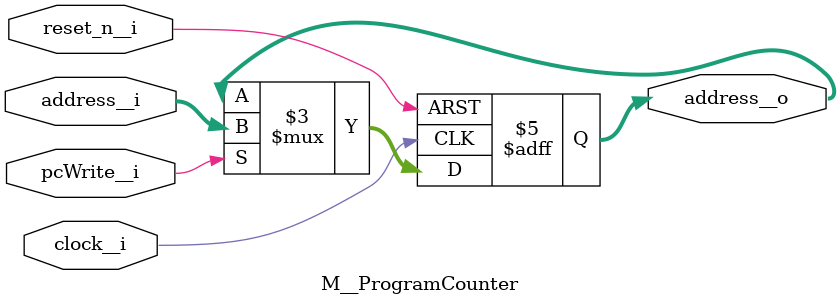
<source format=sv>
/*
 * ============================================================================
 *
 *  Name        :   M__ProgramCounter
 *  Author      :   Aditya Shevade
 *
 *  Description :   The program counter.
 *
 * ============================================================================
 */

module M__ProgramCounter (
    input   wire            clock__i,
    input   wire            reset_n__i,
    input   wire            pcWrite__i,
    input   wire    [31:0]  address__i,
    output  logic   [31:0]  address__o
    );

    always @ (posedge clock__i or negedge reset_n__i)
        if (~reset_n__i)
            address__o  <=  32'b0;
        else if (pcWrite__i)
            address__o  <=  address__i;

endmodule : M__ProgramCounter

</source>
